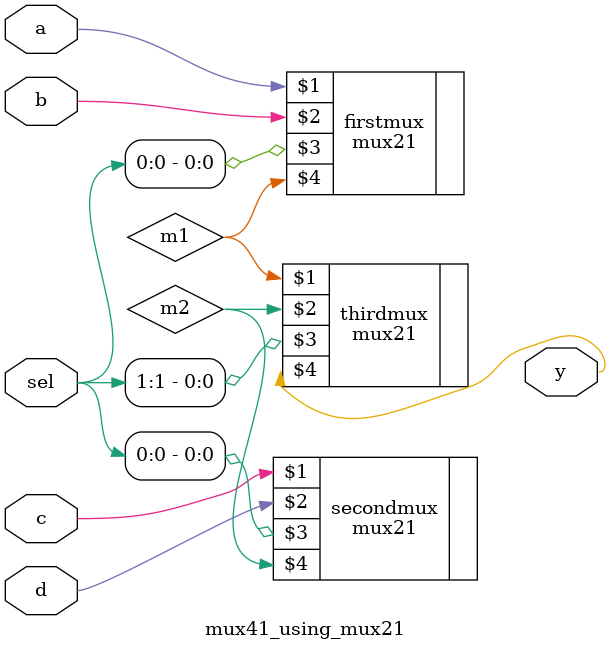
<source format=v>
module mux41_using_mux21
(	input a,b,c,d,
	input [0:1] sel,
	output y
);
wire m1,m2;

mux21 firstmux (a,b,sel[0],m1);
mux21 secondmux (c,d,sel[0],m2);
mux21 thirdmux (m1,m2,sel[1],y);

endmodule
	
</source>
